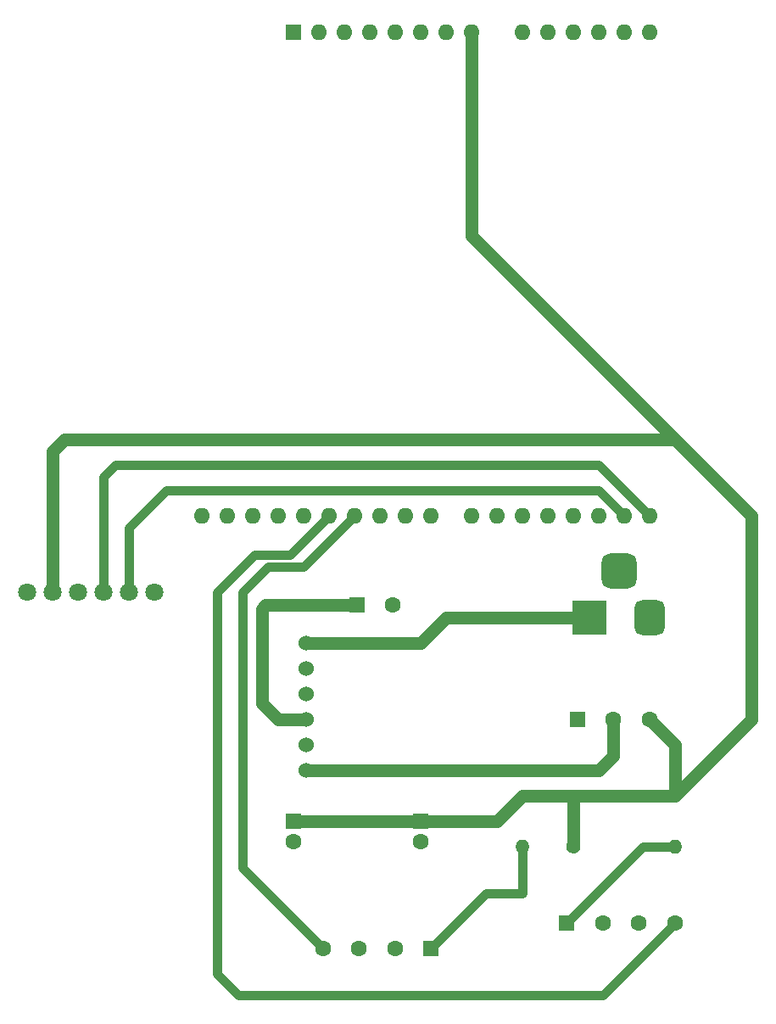
<source format=gbr>
%TF.GenerationSoftware,KiCad,Pcbnew,7.0.2*%
%TF.CreationDate,2023-06-13T20:29:50-05:00*%
%TF.ProjectId,LUCES,4c554345-532e-46b6-9963-61645f706362,rev?*%
%TF.SameCoordinates,Original*%
%TF.FileFunction,Copper,L2,Bot*%
%TF.FilePolarity,Positive*%
%FSLAX46Y46*%
G04 Gerber Fmt 4.6, Leading zero omitted, Abs format (unit mm)*
G04 Created by KiCad (PCBNEW 7.0.2) date 2023-06-13 20:29:50*
%MOMM*%
%LPD*%
G01*
G04 APERTURE LIST*
G04 Aperture macros list*
%AMRoundRect*
0 Rectangle with rounded corners*
0 $1 Rounding radius*
0 $2 $3 $4 $5 $6 $7 $8 $9 X,Y pos of 4 corners*
0 Add a 4 corners polygon primitive as box body*
4,1,4,$2,$3,$4,$5,$6,$7,$8,$9,$2,$3,0*
0 Add four circle primitives for the rounded corners*
1,1,$1+$1,$2,$3*
1,1,$1+$1,$4,$5*
1,1,$1+$1,$6,$7*
1,1,$1+$1,$8,$9*
0 Add four rect primitives between the rounded corners*
20,1,$1+$1,$2,$3,$4,$5,0*
20,1,$1+$1,$4,$5,$6,$7,0*
20,1,$1+$1,$6,$7,$8,$9,0*
20,1,$1+$1,$8,$9,$2,$3,0*%
G04 Aperture macros list end*
%TA.AperFunction,ComponentPad*%
%ADD10R,1.600000X1.600000*%
%TD*%
%TA.AperFunction,ComponentPad*%
%ADD11O,1.600000X1.600000*%
%TD*%
%TA.AperFunction,ComponentPad*%
%ADD12RoundRect,0.250000X0.550000X0.550000X-0.550000X0.550000X-0.550000X-0.550000X0.550000X-0.550000X0*%
%TD*%
%TA.AperFunction,ComponentPad*%
%ADD13C,1.600000*%
%TD*%
%TA.AperFunction,ComponentPad*%
%ADD14O,1.400000X1.400000*%
%TD*%
%TA.AperFunction,ComponentPad*%
%ADD15C,1.400000*%
%TD*%
%TA.AperFunction,ComponentPad*%
%ADD16RoundRect,0.250000X-0.550000X-0.550000X0.550000X-0.550000X0.550000X0.550000X-0.550000X0.550000X0*%
%TD*%
%TA.AperFunction,ComponentPad*%
%ADD17R,3.500000X3.500000*%
%TD*%
%TA.AperFunction,ComponentPad*%
%ADD18RoundRect,0.750000X0.750000X1.000000X-0.750000X1.000000X-0.750000X-1.000000X0.750000X-1.000000X0*%
%TD*%
%TA.AperFunction,ComponentPad*%
%ADD19RoundRect,0.875000X0.875000X0.875000X-0.875000X0.875000X-0.875000X-0.875000X0.875000X-0.875000X0*%
%TD*%
%TA.AperFunction,ComponentPad*%
%ADD20C,1.800000*%
%TD*%
%TA.AperFunction,ComponentPad*%
%ADD21C,1.524000*%
%TD*%
%TA.AperFunction,Conductor*%
%ADD22C,1.300000*%
%TD*%
%TA.AperFunction,Conductor*%
%ADD23C,0.900000*%
%TD*%
G04 APERTURE END LIST*
D10*
%TO.P,A1,1,NC*%
%TO.N,unconnected-(A1-NC-Pad1)*%
X101600000Y-33020000D03*
D11*
%TO.P,A1,2,IOREF*%
%TO.N,unconnected-(A1-IOREF-Pad2)*%
X104140000Y-33020000D03*
%TO.P,A1,3,~{RESET}*%
%TO.N,unconnected-(A1-~{RESET}-Pad3)*%
X106680000Y-33020000D03*
%TO.P,A1,4,3V3*%
%TO.N,unconnected-(A1-3V3-Pad4)*%
X109220000Y-33020000D03*
%TO.P,A1,5,+5V*%
%TO.N,unconnected-(A1-+5V-Pad5)*%
X111760000Y-33020000D03*
%TO.P,A1,6,GND*%
%TO.N,GND*%
X114300000Y-33020000D03*
%TO.P,A1,7,GND*%
X116840000Y-33020000D03*
%TO.P,A1,8,VIN*%
%TO.N,+5V*%
X119380000Y-33020000D03*
%TO.P,A1,9,A0*%
%TO.N,unconnected-(A1-A0-Pad9)*%
X124460000Y-33020000D03*
%TO.P,A1,10,A1*%
%TO.N,unconnected-(A1-A1-Pad10)*%
X127000000Y-33020000D03*
%TO.P,A1,11,A2*%
%TO.N,unconnected-(A1-A2-Pad11)*%
X129540000Y-33020000D03*
%TO.P,A1,12,A3*%
%TO.N,unconnected-(A1-A3-Pad12)*%
X132080000Y-33020000D03*
%TO.P,A1,13,SDA/A4*%
%TO.N,unconnected-(A1-SDA{slash}A4-Pad13)*%
X134620000Y-33020000D03*
%TO.P,A1,14,SCL/A5*%
%TO.N,unconnected-(A1-SCL{slash}A5-Pad14)*%
X137160000Y-33020000D03*
%TO.P,A1,15,D0/RX*%
%TO.N,Net-(A1-D0{slash}RX)*%
X137160000Y-81280000D03*
%TO.P,A1,16,D1/TX*%
%TO.N,Net-(A1-D1{slash}TX)*%
X134620000Y-81280000D03*
%TO.P,A1,17,D2*%
%TO.N,unconnected-(A1-D2-Pad17)*%
X132080000Y-81280000D03*
%TO.P,A1,18,D3*%
%TO.N,unconnected-(A1-D3-Pad18)*%
X129540000Y-81280000D03*
%TO.P,A1,19,D4*%
%TO.N,unconnected-(A1-D4-Pad19)*%
X127000000Y-81280000D03*
%TO.P,A1,20,D5*%
%TO.N,unconnected-(A1-D5-Pad20)*%
X124460000Y-81280000D03*
%TO.P,A1,21,D6*%
%TO.N,unconnected-(A1-D6-Pad21)*%
X121920000Y-81280000D03*
%TO.P,A1,22,D7*%
%TO.N,unconnected-(A1-D7-Pad22)*%
X119380000Y-81280000D03*
%TO.P,A1,23,D8*%
%TO.N,unconnected-(A1-D8-Pad23)*%
X115320000Y-81280000D03*
%TO.P,A1,24,D9*%
%TO.N,unconnected-(A1-D9-Pad24)*%
X112780000Y-81280000D03*
%TO.P,A1,25,D10*%
%TO.N,unconnected-(A1-D10-Pad25)*%
X110240000Y-81280000D03*
%TO.P,A1,26,D11*%
%TO.N,Net-(A1-D11)*%
X107700000Y-81280000D03*
%TO.P,A1,27,D12*%
%TO.N,Net-(A1-D12)*%
X105160000Y-81280000D03*
%TO.P,A1,28,D13*%
%TO.N,unconnected-(A1-D13-Pad28)*%
X102620000Y-81280000D03*
%TO.P,A1,29,GND*%
%TO.N,GND*%
X100080000Y-81280000D03*
%TO.P,A1,30,AREF*%
%TO.N,unconnected-(A1-AREF-Pad30)*%
X97540000Y-81280000D03*
%TO.P,A1,31,SDA/A4*%
%TO.N,unconnected-(A1-SDA{slash}A4-Pad31)*%
X95000000Y-81280000D03*
%TO.P,A1,32,SCL/A5*%
%TO.N,unconnected-(A1-SCL{slash}A5-Pad32)*%
X92460000Y-81280000D03*
%TD*%
D12*
%TO.P,D1,1,VDD*%
%TO.N,Net-(D1-VDD)*%
X115360000Y-124460000D03*
D13*
%TO.P,D1,2,DOUT*%
%TO.N,unconnected-(D1-DOUT-Pad2)*%
X111760000Y-124460000D03*
%TO.P,D1,3,VSS*%
%TO.N,GND*%
X108160000Y-124460000D03*
%TO.P,D1,4,DIN*%
%TO.N,Net-(A1-D11)*%
X104560000Y-124460000D03*
%TD*%
D14*
%TO.P,R2,2*%
%TO.N,Net-(D1-VDD)*%
X124460000Y-114300000D03*
D15*
%TO.P,R2,1*%
%TO.N,+5V*%
X129540000Y-114300000D03*
%TD*%
D16*
%TO.P,D2,1,VDD*%
%TO.N,Net-(D2-VDD)*%
X128900000Y-121920000D03*
D13*
%TO.P,D2,2,DOUT*%
%TO.N,unconnected-(D2-DOUT-Pad2)*%
X132500000Y-121920000D03*
%TO.P,D2,3,VSS*%
%TO.N,GND*%
X136100000Y-121920000D03*
%TO.P,D2,4,DIN*%
%TO.N,Net-(A1-D12)*%
X139700000Y-121920000D03*
%TD*%
D17*
%TO.P,J1,1*%
%TO.N,VCC*%
X131160000Y-91440000D03*
D18*
%TO.P,J1,2*%
%TO.N,GND*%
X137160000Y-91440000D03*
D19*
%TO.P,J1,3*%
X134160000Y-86740000D03*
%TD*%
D10*
%TO.P,C2,1*%
%TO.N,+5V*%
X114300000Y-111760000D03*
D13*
%TO.P,C2,2*%
%TO.N,GND*%
X114300000Y-113760000D03*
%TD*%
D20*
%TO.P,BluetoothHC1,1,STATE*%
%TO.N,unconnected-(BluetoothHC1-STATE-Pad1)*%
X87757000Y-88900000D03*
%TO.P,BluetoothHC1,2,RX*%
%TO.N,Net-(A1-D1{slash}TX)*%
X85217000Y-88900000D03*
%TO.P,BluetoothHC1,3,TX*%
%TO.N,Net-(A1-D0{slash}RX)*%
X82677000Y-88900000D03*
%TO.P,BluetoothHC1,4,GND*%
%TO.N,GND*%
X80137000Y-88900000D03*
%TO.P,BluetoothHC1,5,+5V*%
%TO.N,+5V*%
X77597000Y-88900000D03*
%TO.P,BluetoothHC1,6,EN*%
%TO.N,unconnected-(BluetoothHC1-EN-Pad6)*%
X75057000Y-88900000D03*
%TD*%
D16*
%TO.P,BT1,1,+*%
%TO.N,/bat*%
X107950000Y-90170000D03*
D13*
%TO.P,BT1,2,-*%
%TO.N,GND*%
X111550000Y-90170000D03*
%TD*%
D14*
%TO.P,R3,2*%
%TO.N,Net-(D2-VDD)*%
X139700000Y-114300000D03*
D15*
%TO.P,R3,1*%
%TO.N,+5V*%
X139700000Y-109220000D03*
%TD*%
D16*
%TO.P,SW1,1,A*%
%TO.N,GND*%
X129960000Y-101600000D03*
D13*
%TO.P,SW1,2,B*%
%TO.N,/5vout*%
X133560000Y-101600000D03*
%TO.P,SW1,3,C*%
%TO.N,+5V*%
X137160000Y-101600000D03*
%TD*%
D21*
%TO.P,U1,6,OUT-5V*%
%TO.N,/5vout*%
X102870000Y-106680000D03*
%TO.P,U1,5,GND*%
%TO.N,GND*%
X102870000Y-104140000D03*
%TO.P,U1,4,BAT*%
%TO.N,/bat*%
X102870000Y-101600000D03*
%TO.P,U1,3,GND*%
%TO.N,GND*%
X102870000Y-99060000D03*
%TO.P,U1,2,GND*%
X102870000Y-96520000D03*
%TO.P,U1,1,VIN*%
%TO.N,VCC*%
X102870000Y-93980000D03*
%TD*%
D10*
%TO.P,C1,1*%
%TO.N,+5V*%
X101600000Y-111760000D03*
D13*
%TO.P,C1,2*%
%TO.N,GND*%
X101600000Y-113760000D03*
%TD*%
D22*
%TO.N,/5vout*%
X133560000Y-105200000D02*
X133560000Y-101600000D01*
X132080000Y-106680000D02*
X133560000Y-105200000D01*
X102870000Y-106680000D02*
X132080000Y-106680000D01*
%TO.N,+5V*%
X139700000Y-109220000D02*
X139700000Y-104140000D01*
X139700000Y-104140000D02*
X137160000Y-101600000D01*
X139700000Y-109220000D02*
X129540000Y-109220000D01*
D23*
%TO.N,Net-(A1-D11)*%
X102620000Y-86360000D02*
X107700000Y-81280000D01*
X99060000Y-86360000D02*
X102620000Y-86360000D01*
X96520000Y-116420000D02*
X96520000Y-88900000D01*
X104560000Y-124460000D02*
X96520000Y-116420000D01*
X96520000Y-88900000D02*
X99060000Y-86360000D01*
%TO.N,Net-(A1-D0{slash}RX)*%
X82677000Y-77343000D02*
X83820000Y-76200000D01*
X82677000Y-88900000D02*
X82677000Y-77343000D01*
X83820000Y-76200000D02*
X132080000Y-76200000D01*
D22*
%TO.N,+5V*%
X139700000Y-73660000D02*
X147320000Y-81280000D01*
X78740000Y-73660000D02*
X139700000Y-73660000D01*
X121920000Y-111760000D02*
X124460000Y-109220000D01*
X101600000Y-111760000D02*
X114300000Y-111760000D01*
X77597000Y-88900000D02*
X77597000Y-74803000D01*
X77597000Y-74803000D02*
X78740000Y-73660000D01*
X114300000Y-111760000D02*
X121920000Y-111760000D01*
X129540000Y-109220000D02*
X129540000Y-114300000D01*
X147320000Y-81280000D02*
X147320000Y-101600000D01*
X119380000Y-33020000D02*
X119380000Y-53340000D01*
X147320000Y-101600000D02*
X139700000Y-109220000D01*
X124460000Y-109220000D02*
X129540000Y-109220000D01*
X119380000Y-53340000D02*
X139700000Y-73660000D01*
D23*
%TO.N,Net-(A1-D0{slash}RX)*%
X132080000Y-76200000D02*
X137160000Y-81280000D01*
%TO.N,Net-(A1-D1{slash}TX)*%
X132080000Y-78740000D02*
X134620000Y-81280000D01*
X85217000Y-88900000D02*
X85217000Y-82423000D01*
X85217000Y-82423000D02*
X88900000Y-78740000D01*
X88900000Y-78740000D02*
X132080000Y-78740000D01*
%TO.N,Net-(A1-D12)*%
X93980000Y-88900000D02*
X93980000Y-127000000D01*
X132530000Y-129090000D02*
X139700000Y-121920000D01*
X101266000Y-85174000D02*
X97706000Y-85174000D01*
X97706000Y-85174000D02*
X93980000Y-88900000D01*
X93980000Y-127000000D02*
X96070000Y-129090000D01*
X96070000Y-129090000D02*
X132530000Y-129090000D01*
X105160000Y-81280000D02*
X101266000Y-85174000D01*
%TO.N,Net-(D1-VDD)*%
X124460000Y-114300000D02*
X124460000Y-118960000D01*
X120860000Y-118960000D02*
X115360000Y-124460000D01*
X124460000Y-118960000D02*
X120860000Y-118960000D01*
%TO.N,Net-(D2-VDD)*%
X128900000Y-121920000D02*
X136520000Y-114300000D01*
X136520000Y-114300000D02*
X139700000Y-114300000D01*
D22*
%TO.N,/bat*%
X98850000Y-90170000D02*
X107950000Y-90170000D01*
X100120000Y-101600000D02*
X102870000Y-101600000D01*
X100120000Y-101600000D02*
X98454000Y-99934000D01*
X98454000Y-90566000D02*
X98850000Y-90170000D01*
X98454000Y-99934000D02*
X98454000Y-90566000D01*
%TO.N,VCC*%
X114300000Y-93980000D02*
X116840000Y-91440000D01*
X116840000Y-91440000D02*
X131160000Y-91440000D01*
X114300000Y-93980000D02*
X102870000Y-93980000D01*
%TD*%
M02*

</source>
